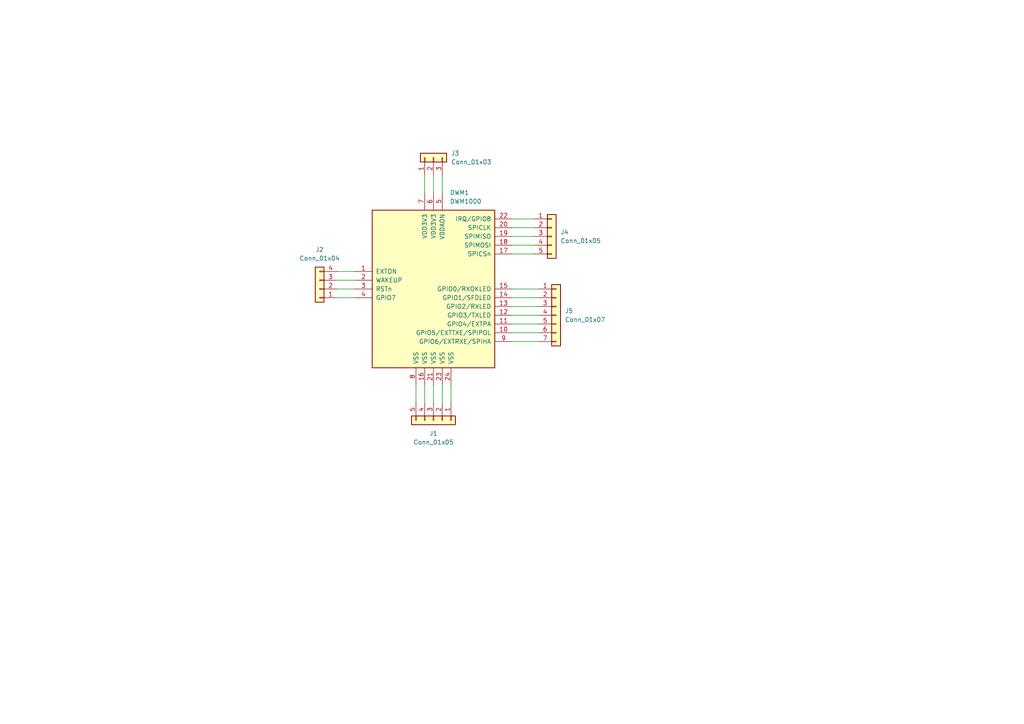
<source format=kicad_sch>
(kicad_sch (version 20230121) (generator eeschema)
  (paper "A4")
  (lib_symbols
    (symbol "Connector_Generic:Conn_01x03" (pin_names (offset 1.016) hide)
      (property "Reference" "J" (at 0 5.08 0))
      (property "Value" "Conn_01x03" (at 0 -5.08 0))
      (symbol "Conn_01x03_1_1"
        (rectangle (start -1.27 -2.413) (end 0 -2.667) (stroke (width 0.1524)))
        (rectangle (start -1.27 0.127) (end 0 -0.127) (stroke (width 0.1524)))
        (rectangle (start -1.27 2.667) (end 0 2.413) (stroke (width 0.1524)))
        (rectangle (start -1.27 3.81) (end 1.27 -3.81) (stroke (width 0.254)) (fill (type background)))
        (pin passive line (at -5.08 2.54 0) (length 3.81) (name "Pin_1") (number "1"))
        (pin passive line (at -5.08 0 0) (length 3.81) (name "Pin_2") (number "2"))
        (pin passive line (at -5.08 -2.54 0) (length 3.81) (name "Pin_3") (number "3"))
      )
    )
    (symbol "Connector_Generic:Conn_01x04" (pin_names (offset 1.016) hide)
      (property "Reference" "J" (at 0 5.08 0))
      (property "Value" "Conn_01x04" (at 0 -7.62 0))
      (symbol "Conn_01x04_1_1"
        (rectangle (start -1.27 -4.953) (end 0 -5.207) (stroke (width 0.1524)))
        (rectangle (start -1.27 -2.413) (end 0 -2.667) (stroke (width 0.1524)))
        (rectangle (start -1.27 0.127) (end 0 -0.127) (stroke (width 0.1524)))
        (rectangle (start -1.27 2.667) (end 0 2.413) (stroke (width 0.1524)))
        (rectangle (start -1.27 3.81) (end 1.27 -6.35) (stroke (width 0.254)) (fill (type background)))
        (pin passive line (at -5.08 2.54 0) (length 3.81) (name "Pin_1") (number "1"))
        (pin passive line (at -5.08 0 0) (length 3.81) (name "Pin_2") (number "2"))
        (pin passive line (at -5.08 -2.54 0) (length 3.81) (name "Pin_3") (number "3"))
        (pin passive line (at -5.08 -5.08 0) (length 3.81) (name "Pin_4") (number "4"))
      )
    )
    (symbol "Connector_Generic:Conn_01x05" (pin_names (offset 1.016) hide)
      (property "Reference" "J" (at 0 7.62 0))
      (property "Value" "Conn_01x05" (at 0 -7.62 0))
      (symbol "Conn_01x05_1_1"
        (rectangle (start -1.27 -4.953) (end 0 -5.207) (stroke (width 0.1524)))
        (rectangle (start -1.27 -2.413) (end 0 -2.667) (stroke (width 0.1524)))
        (rectangle (start -1.27 0.127) (end 0 -0.127) (stroke (width 0.1524)))
        (rectangle (start -1.27 2.667) (end 0 2.413) (stroke (width 0.1524)))
        (rectangle (start -1.27 5.207) (end 0 4.953) (stroke (width 0.1524)))
        (rectangle (start -1.27 6.35) (end 1.27 -6.35) (stroke (width 0.254)) (fill (type background)))
        (pin passive line (at -5.08 5.08 0) (length 3.81) (name "Pin_1") (number "1"))
        (pin passive line (at -5.08 2.54 0) (length 3.81) (name "Pin_2") (number "2"))
        (pin passive line (at -5.08 0 0) (length 3.81) (name "Pin_3") (number "3"))
        (pin passive line (at -5.08 -2.54 0) (length 3.81) (name "Pin_4") (number "4"))
        (pin passive line (at -5.08 -5.08 0) (length 3.81) (name "Pin_5") (number "5"))
      )
    )
    (symbol "Connector_Generic:Conn_01x07" (pin_names (offset 1.016) hide)
      (property "Reference" "J" (at 0 10.16 0))
      (property "Value" "Conn_01x07" (at 0 -10.16 0))
      (symbol "Conn_01x07_1_1"
        (rectangle (start -1.27 -7.493) (end 0 -7.747) (stroke (width 0.1524)))
        (rectangle (start -1.27 -4.953) (end 0 -5.207) (stroke (width 0.1524)))
        (rectangle (start -1.27 -2.413) (end 0 -2.667) (stroke (width 0.1524)))
        (rectangle (start -1.27 0.127) (end 0 -0.127) (stroke (width 0.1524)))
        (rectangle (start -1.27 2.667) (end 0 2.413) (stroke (width 0.1524)))
        (rectangle (start -1.27 5.207) (end 0 4.953) (stroke (width 0.1524)))
        (rectangle (start -1.27 7.747) (end 0 7.493) (stroke (width 0.1524)))
        (rectangle (start -1.27 8.89) (end 1.27 -8.89) (stroke (width 0.254)) (fill (type background)))
        (pin passive line (at -5.08 7.62 0) (length 3.81) (name "Pin_1") (number "1"))
        (pin passive line (at -5.08 5.08 0) (length 3.81) (name "Pin_2") (number "2"))
        (pin passive line (at -5.08 2.54 0) (length 3.81) (name "Pin_3") (number "3"))
        (pin passive line (at -5.08 0 0) (length 3.81) (name "Pin_4") (number "4"))
        (pin passive line (at -5.08 -2.54 0) (length 3.81) (name "Pin_5") (number "5"))
        (pin passive line (at -5.08 -5.08 0) (length 3.81) (name "Pin_6") (number "6"))
        (pin passive line (at -5.08 -7.62 0) (length 3.81) (name "Pin_7") (number "7"))
      )
    )
    (symbol "RF_Module:DWM1000" (pin_names (offset 1.016))
      (property "Reference" "DWM" (at 7.62 25.4 0))
      (property "Value" "DWM1000" (at 1.27 3.81 0))
      (symbol "DWM1000_0_1"
        (rectangle (start 17.78 22.86) (end -17.78 -22.86) (stroke (width 0.254)) (fill (type background)))
      )
      (symbol "DWM1000_1_1"
        (pin output line (at -22.86 5.08 0) (length 5.08) (name "EXTON") (number "1"))
        (pin bidirectional line (at 22.86 -12.7 180) (length 5.08) (name "GPIO5/EXTTXE/SPIPOL") (number "10"))
        (pin bidirectional line (at 22.86 -10.16 180) (length 5.08) (name "GPIO4/EXTPA") (number "11"))
        (pin bidirectional line (at 22.86 -7.62 180) (length 5.08) (name "GPIO3/TXLED") (number "12"))
        (pin bidirectional line (at 22.86 -5.08 180) (length 5.08) (name "GPIO2/RXLED") (number "13"))
        (pin bidirectional line (at 22.86 -2.54 180) (length 5.08) (name "GPIO1/SFDLED") (number "14"))
        (pin bidirectional line (at 22.86 0 180) (length 5.08) (name "GPIO0/RXOKLED") (number "15"))
        (pin power_in line (at -2.54 -27.94 90) (length 5.08) (name "VSS") (number "16"))
        (pin input line (at 22.86 10.16 180) (length 5.08) (name "SPICSn") (number "17"))
        (pin input line (at 22.86 12.7 180) (length 5.08) (name "SPIMOSI") (number "18"))
        (pin output line (at 22.86 15.24 180) (length 5.08) (name "SPIMISO") (number "19"))
        (pin bidirectional line (at -22.86 2.54 0) (length 5.08) (name "WAKEUP") (number "2"))
        (pin input line (at 22.86 17.78 180) (length 5.08) (name "SPICLK") (number "20"))
        (pin power_in line (at 0 -27.94 90) (length 5.08) (name "VSS") (number "21"))
        (pin bidirectional line (at 22.86 20.32 180) (length 5.08) (name "IRQ/GPIO8") (number "22"))
        (pin power_in line (at 2.54 -27.94 90) (length 5.08) (name "VSS") (number "23"))
        (pin power_in line (at 5.08 -27.94 90) (length 5.08) (name "VSS") (number "24"))
        (pin bidirectional line (at -22.86 0 0) (length 5.08) (name "RSTn") (number "3"))
        (pin bidirectional line (at -22.86 -2.54 0) (length 5.08) (name "GPIO7") (number "4"))
        (pin power_in line (at 2.54 27.94 270) (length 5.08) (name "VDDAON") (number "5"))
        (pin power_in line (at 0 27.94 270) (length 5.08) (name "VDD3V3") (number "6"))
        (pin power_in line (at -2.54 27.94 270) (length 5.08) (name "VDD3V3") (number "7"))
        (pin power_in line (at -5.08 -27.94 90) (length 5.08) (name "VSS") (number "8"))
        (pin bidirectional line (at 22.86 -15.24 180) (length 5.08) (name "GPIO6/EXTRXE/SPIHA") (number "9"))
      )
    )
  )
  (wire (pts (xy 148.59 66.04) (xy 154.94 66.04)))
  (wire (pts (xy 120.65 111.76) (xy 120.65 116.84)))
  (wire (pts (xy 130.81 111.76) (xy 130.81 116.84)))
  (wire (pts (xy 123.19 111.76) (xy 123.19 116.84)))
  (wire (pts (xy 125.73 50.8) (xy 125.73 55.88)))
  (wire (pts (xy 128.27 111.76) (xy 128.27 116.84)))
  (wire (pts (xy 148.59 73.66) (xy 154.94 73.66)))
  (wire (pts (xy 148.59 93.98) (xy 156.21 93.98)))
  (wire (pts (xy 148.59 86.36) (xy 156.21 86.36)))
  (wire (pts (xy 97.79 86.36) (xy 102.87 86.36)))
  (wire (pts (xy 125.73 111.76) (xy 125.73 116.84)))
  (wire (pts (xy 148.59 68.58) (xy 154.94 68.58)))
  (wire (pts (xy 97.79 78.74) (xy 102.87 78.74)))
  (wire (pts (xy 148.59 88.9) (xy 156.21 88.9)))
  (wire (pts (xy 148.59 91.44) (xy 156.21 91.44)))
  (wire (pts (xy 97.79 83.82) (xy 102.87 83.82)))
  (wire (pts (xy 148.59 96.52) (xy 156.21 96.52)))
  (wire (pts (xy 97.79 81.28) (xy 102.87 81.28)))
  (wire (pts (xy 123.19 50.8) (xy 123.19 55.88)))
  (wire (pts (xy 148.59 99.06) (xy 156.21 99.06)))
  (wire (pts (xy 148.59 71.12) (xy 154.94 71.12)))
  (wire (pts (xy 148.59 83.82) (xy 156.21 83.82)))
  (wire (pts (xy 148.59 63.5) (xy 154.94 63.5)))
  (wire (pts (xy 128.27 50.8) (xy 128.27 55.88)))
  (symbol (lib_id "Connector_Generic:Conn_01x05") (at 160.02 68.58 0) (unit 1)
    (property "Reference" "J4" (at 162.56 67.31 0) (effects (justify left)))
    (property "Value" "Conn_01x05" (at 162.56 69.85 0) (effects (justify left)))
    (property "Footprint" "Connector_Molex:Molex_KK-254_AE-6410-05A_1x05_P2.54mm_Vertical" (effects hide))
  )
  (symbol (lib_id "RF_Module:DWM1000") (at 125.73 83.82 0) (unit 1)
    (property "Reference" "DWM1" (at 130.4641 55.88 0) (effects (justify left)))
    (property "Value" "DWM1000" (at 130.4641 58.42 0) (effects (justify left)))
    (property "Footprint" "RF_Module:DWM1000" (effects hide))
    (property "Datasheet" "https://www.decawave.com/sites/default/files/resources/dwm1000-datasheet-v1.3.pdf" (effects hide))
  )
  (symbol (lib_id "Connector_Generic:Conn_01x04") (at 92.71 83.82 180) (unit 1)
    (property "Reference" "J2" (at 92.71 72.39 0))
    (property "Value" "Conn_01x04" (at 92.71 74.93 0))
    (property "Footprint" "Connector_Molex:Molex_KK-254_AE-6410-04A_1x04_P2.54mm_Vertical" (effects hide))
  )
  (symbol (lib_id "Connector_Generic:Conn_01x03") (at 125.73 45.72 90) (unit 1)
    (property "Reference" "J3" (at 130.81 44.45 90) (effects (justify right)))
    (property "Value" "Conn_01x03" (at 130.81 46.99 90) (effects (justify right)))
    (property "Footprint" "Connector_Molex:Molex_KK-254_AE-6410-03A_1x03_P2.54mm_Vertical" (effects hide))
  )
  (symbol (lib_id "Connector_Generic:Conn_01x07") (at 161.29 91.44 0) (unit 1)
    (property "Reference" "J5" (at 163.83 90.17 0) (effects (justify left)))
    (property "Value" "Conn_01x07" (at 163.83 92.71 0) (effects (justify left)))
    (property "Footprint" "Connector_Molex:Molex_KK-254_AE-6410-07A_1x07_P2.54mm_Vertical" (effects hide))
  )
  (symbol (lib_id "Connector_Generic:Conn_01x05") (at 125.73 121.92 270) (unit 1)
    (property "Reference" "J1" (at 125.73 125.73 90))
    (property "Value" "Conn_01x05" (at 125.73 128.27 90))
    (property "Footprint" "Connector_Molex:Molex_KK-254_AE-6410-05A_1x05_P2.54mm_Vertical" (effects hide))
  )
)
</source>
